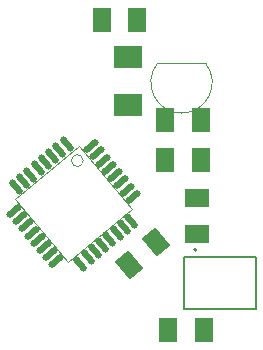
<source format=gtp>
G04 Layer_Color=8421504*
%FSLAX24Y24*%
%MOIN*%
G70*
G01*
G75*
G04:AMPARAMS|DCode=10|XSize=59.1mil|YSize=78.7mil|CornerRadius=0mil|HoleSize=0mil|Usage=FLASHONLY|Rotation=40.000|XOffset=0mil|YOffset=0mil|HoleType=Round|Shape=Rectangle|*
%AMROTATEDRECTD10*
4,1,4,0.0027,-0.0491,-0.0479,0.0112,-0.0027,0.0491,0.0479,-0.0112,0.0027,-0.0491,0.0*
%
%ADD10ROTATEDRECTD10*%

%ADD11R,0.0787X0.0591*%
%ADD12R,0.0591X0.0787*%
%ADD13R,0.0945X0.0748*%
G04:AMPARAMS|DCode=14|XSize=21.7mil|YSize=59.1mil|CornerRadius=0mil|HoleSize=0mil|Usage=FLASHONLY|Rotation=40.000|XOffset=0mil|YOffset=0mil|HoleType=Round|Shape=Round|*
%AMOVALD14*
21,1,0.0374,0.0217,0.0000,0.0000,130.0*
1,1,0.0217,0.0120,-0.0143*
1,1,0.0217,-0.0120,0.0143*
%
%ADD14OVALD14*%

G04:AMPARAMS|DCode=15|XSize=21.7mil|YSize=59.1mil|CornerRadius=0mil|HoleSize=0mil|Usage=FLASHONLY|Rotation=310.000|XOffset=0mil|YOffset=0mil|HoleType=Round|Shape=Round|*
%AMOVALD15*
21,1,0.0374,0.0217,0.0000,0.0000,40.0*
1,1,0.0217,-0.0143,-0.0120*
1,1,0.0217,0.0143,0.0120*
%
%ADD15OVALD15*%

%ADD17C,0.0079*%
%ADD18C,0.0039*%
%ADD19C,0.0050*%
D10*
X9287Y4080D02*
D03*
X8382Y3320D02*
D03*
D11*
X10634Y4359D02*
D03*
Y5541D02*
D03*
D12*
X9594Y8150D02*
D03*
X10775D02*
D03*
X9594Y6800D02*
D03*
X10775D02*
D03*
X8657Y11467D02*
D03*
X7476D02*
D03*
X9694Y1150D02*
D03*
X10875D02*
D03*
D13*
X8334Y8643D02*
D03*
Y10257D02*
D03*
D14*
X6303Y7340D02*
D03*
X6062Y7138D02*
D03*
X5821Y6935D02*
D03*
X5579Y6733D02*
D03*
X5338Y6531D02*
D03*
X5097Y6328D02*
D03*
X4856Y6126D02*
D03*
X4614Y5923D02*
D03*
X6765Y3360D02*
D03*
X7007Y3562D02*
D03*
X7248Y3765D02*
D03*
X7480Y3990D02*
D03*
X7730Y4169D02*
D03*
X7972Y4372D02*
D03*
X8213Y4574D02*
D03*
X8454Y4777D02*
D03*
D15*
X4544Y5119D02*
D03*
X4746Y4878D02*
D03*
X4949Y4636D02*
D03*
X5151Y4395D02*
D03*
X5354Y4154D02*
D03*
X5556Y3913D02*
D03*
X5759Y3671D02*
D03*
X5961Y3430D02*
D03*
X8525Y5581D02*
D03*
X8322Y5822D02*
D03*
X8120Y6064D02*
D03*
X7917Y6305D02*
D03*
X7715Y6546D02*
D03*
X7512Y6787D02*
D03*
X7310Y7029D02*
D03*
X7107Y7270D02*
D03*
D17*
X10633Y3824D02*
G03*
X10633Y3824I-39J0D01*
G01*
D02*
G03*
X10633Y3824I-39J0D01*
G01*
D18*
X6857Y6792D02*
G03*
X6857Y6792I-197J0D01*
G01*
X9328Y10030D02*
G03*
X10941Y10030I807J-630D01*
G01*
X4593Y5520D02*
X6704Y7291D01*
X6364Y3409D02*
X8476Y5180D01*
X6704Y7291D02*
X8476Y5180D01*
X4593Y5520D02*
X6364Y3409D01*
X9328Y10030D02*
X10941D01*
D19*
X10223Y1846D02*
X12624D01*
X10223D02*
Y3575D01*
X12624D01*
Y1846D02*
Y3575D01*
X10223Y1846D02*
X12624D01*
X10223D02*
Y3575D01*
X12624D01*
Y1846D02*
Y3575D01*
M02*

</source>
